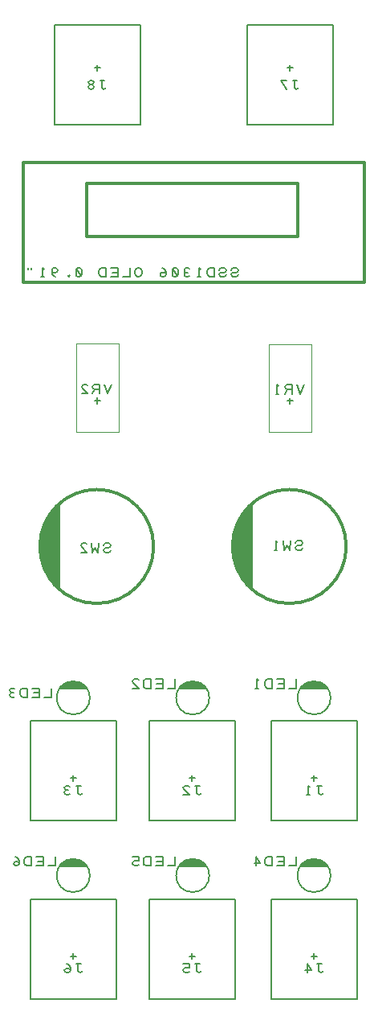
<source format=gbr>
G04 DesignSpark PCB Gerber Version 9.0 Build 5138 *
%FSLAX35Y35*%
%MOMM*%
%ADD11C,0.10000*%
%ADD10C,0.12700*%
%ADD13C,0.30480*%
X0Y0D02*
D02*
D10*
X547740Y3661800D02*
Y3566550D01*
X468360*
X420740D02*
Y3661800D01*
X341360*
X357240Y3614180D02*
X420740D01*
Y3566550D02*
X341360D01*
X293740D02*
Y3661800D01*
X246110*
X230240Y3653870*
X222300Y3645930*
X214360Y3630050*
Y3598300*
X222300Y3582430*
X230240Y3574490*
X246110Y3566550*
X293740*
X158800Y3574490D02*
X142930Y3566550D01*
X127050*
X111180Y3574490*
X103240Y3590370*
X111180Y3606240*
X127050Y3614180*
X142930*
X127050D02*
X111180Y3622120D01*
X103240Y3637990*
X111180Y3653870*
X127050Y3661800*
X142930*
X158800Y3653870*
X581240Y9590240D02*
Y10640240D01*
X1481240*
Y9590240*
X581240*
X587740Y1886800D02*
Y1791550D01*
X508360*
X460740D02*
Y1886800D01*
X381360*
X397240Y1839180D02*
X460740D01*
Y1791550D02*
X381360D01*
X333740D02*
Y1886800D01*
X286110*
X270240Y1878870*
X262300Y1870930*
X254360Y1855050*
Y1823300*
X262300Y1807430*
X270240Y1799490*
X286110Y1791550*
X333740*
X206740Y1815370D02*
X198800Y1831240D01*
X182930Y1839180*
X167050*
X151180Y1831240*
X143240Y1815370*
X151180Y1799490*
X167050Y1791550*
X182930*
X198800Y1799490*
X206740Y1815370*
Y1839180*
X198800Y1862990*
X182930Y1878870*
X167050Y1886800*
X631240Y4705240D02*
X611240D01*
Y4725240*
X591240*
Y4745240*
X571240*
Y4785240*
X551240*
Y4805240*
X531240*
Y4825240*
X511240*
Y4865240*
X491240*
Y4905240*
X471240*
Y4945240*
X451240*
Y5025240*
X431240*
Y5285240*
X451240*
Y5345240*
X471240*
Y5405240*
X491240*
Y5445240*
X511240*
Y5465240*
X531240*
Y5505240*
X551240*
Y5525240*
X571240*
Y5545240*
X591240*
Y5565240*
X611240*
Y5585240*
X631240*
Y4705240*
G36*
X611240*
Y4725240*
X591240*
Y4745240*
X571240*
Y4785240*
X551240*
Y4805240*
X531240*
Y4825240*
X511240*
Y4865240*
X491240*
Y4905240*
X471240*
Y4945240*
X451240*
Y5025240*
X431240*
Y5285240*
X451240*
Y5345240*
X471240*
Y5405240*
X491240*
Y5445240*
X511240*
Y5465240*
X531240*
Y5505240*
X551240*
Y5525240*
X571240*
Y5545240*
X591240*
Y5565240*
X611240*
Y5585240*
X631240*
Y4705240*
G37*
X635240Y1785240D02*
Y1795240D01*
X650240*
Y1810240*
X665240*
Y1825240*
X680240*
Y1835240*
X700240*
Y1845240*
X715240*
Y1850240*
X730240*
Y1855240*
X830240*
Y1845240*
X855240*
Y1835240*
X870240*
Y1825240*
X885240*
Y1815240*
X895240*
Y1805240*
X905240*
Y1800240*
X910240*
Y1785240*
X635240*
G36*
Y1795240*
X650240*
Y1810240*
X665240*
Y1825240*
X680240*
Y1835240*
X700240*
Y1845240*
X715240*
Y1850240*
X730240*
Y1855240*
X830240*
Y1845240*
X855240*
Y1835240*
X870240*
Y1825240*
X885240*
Y1815240*
X895240*
Y1805240*
X905240*
Y1800240*
X910240*
Y1785240*
X635240*
G37*
Y3655240D02*
Y3665240D01*
X650240*
Y3680240*
X665240*
Y3695240*
X680240*
Y3705240*
X700240*
Y3715240*
X715240*
Y3720240*
X730240*
Y3725240*
X830240*
Y3715240*
X855240*
Y3705240*
X870240*
Y3695240*
X885240*
Y3685240*
X895240*
Y3675240*
X905240*
Y3670240*
X910240*
Y3655240*
X635240*
G36*
Y3665240*
X650240*
Y3680240*
X665240*
Y3695240*
X680240*
Y3705240*
X700240*
Y3715240*
X715240*
Y3720240*
X730240*
Y3725240*
X830240*
Y3715240*
X855240*
Y3705240*
X870240*
Y3695240*
X885240*
Y3685240*
X895240*
Y3675240*
X905240*
Y3670240*
X910240*
Y3655240*
X635240*
G37*
X747240Y840240D02*
X807240D01*
X747240Y2715240D02*
X807240D01*
X775240Y1865240D02*
G75*
G02Y1515240J-175000D01*
G01*
G75*
G02Y1865240J175000*
G01*
Y3735240D02*
G75*
G02Y3385240J-175000D01*
G01*
G75*
G02Y3735240J175000*
G01*
X777240Y870240D02*
Y810240D01*
Y2745240D02*
Y2685240D01*
X872740Y682430D02*
X864800Y674490D01*
X848930Y666550*
X833050Y674490*
X825110Y682430*
Y761800*
X809240*
X825110D02*
X856860D01*
X745740Y690370D02*
X737800Y706240D01*
X721930Y714180*
X706050*
X690180Y706240*
X682240Y690370*
X690180Y674490*
X706050Y666550*
X721930*
X737800Y674490*
X745740Y690370*
Y714180*
X737800Y737990*
X721930Y753870*
X706050Y761800*
X872740Y2557430D02*
X864800Y2549490D01*
X848930Y2541550*
X833050Y2549490*
X825110Y2557430*
Y2636800*
X809240*
X825110D02*
X856860D01*
X737800Y2549490D02*
X721930Y2541550D01*
X706050*
X690180Y2549490*
X682240Y2565370*
X690180Y2581240*
X706050Y2589180*
X721930*
X706050D02*
X690180Y2597120D01*
X682240Y2612990*
X690180Y2628870*
X706050Y2636800*
X721930*
X737800Y2628870*
X1002240Y6689740D02*
X1062240D01*
X1031240Y6656740D02*
Y6721740D01*
Y10160240D02*
Y10220240D01*
X1061240Y10190240D02*
X1001240D01*
X1122740Y9982430D02*
X1114800Y9974490D01*
X1098930Y9966550*
X1083050Y9974490*
X1075110Y9982430*
Y10061800*
X1059240*
X1075110D02*
X1106860D01*
X971930Y10014180D02*
X956050D01*
X940180Y10022120*
X932240Y10037990*
X940180Y10053870*
X956050Y10061800*
X971930*
X987800Y10053870*
X995740Y10037990*
X987800Y10022120*
X971930Y10014180*
X987800Y10006240*
X995740Y9990370*
X987800Y9974490*
X971930Y9966550*
X956050*
X940180Y9974490*
X932240Y9990370*
X940180Y10006240*
X956050Y10014180*
X1172740Y5115370D02*
X1164800Y5099490D01*
X1148930Y5091550*
X1117180*
X1101300Y5099490*
X1093360Y5115370*
X1101300Y5131240*
X1117180Y5139180*
X1148930*
X1164800Y5147120*
X1172740Y5162990*
X1164800Y5178870*
X1148930Y5186800*
X1117180*
X1101300Y5178870*
X1093360Y5162990*
X1045740Y5186800D02*
X1037800Y5091550D01*
X1006050Y5139180*
X974300Y5091550*
X966360Y5186800*
X855240Y5091550D02*
X918740D01*
X863180Y5147120*
X855240Y5162990*
X863180Y5178870*
X879050Y5186800*
X902860*
X918740Y5178870*
X1181240Y6859300D02*
X1141550Y6764050D01*
X1101860Y6859300*
X1054240Y6764050D02*
Y6859300D01*
X998680*
X982800Y6851370*
X974860Y6835490*
X982800Y6819620*
X998680Y6811680*
X1054240*
X998680D02*
X974860Y6764050D01*
X863740D02*
X927240D01*
X871680Y6819620*
X863740Y6835490*
X871680Y6851370*
X887550Y6859300*
X911360*
X927240Y6851370*
X1227240Y1440240D02*
Y390240D01*
X327240*
Y1440240*
X1227240*
Y3315240D02*
Y2265240D01*
X327240*
Y3315240*
X1227240*
X1847740Y1886800D02*
Y1791550D01*
X1768360*
X1720740D02*
Y1886800D01*
X1641360*
X1657240Y1839180D02*
X1720740D01*
Y1791550D02*
X1641360D01*
X1593740D02*
Y1886800D01*
X1546110*
X1530240Y1878870*
X1522300Y1870930*
X1514360Y1855050*
Y1823300*
X1522300Y1807430*
X1530240Y1799490*
X1546110Y1791550*
X1593740*
X1466740Y1799490D02*
X1450860Y1791550D01*
X1427050*
X1411180Y1799490*
X1403240Y1815370*
Y1823300*
X1411180Y1839180*
X1427050Y1847120*
X1466740*
Y1886800*
X1403240*
X1847740Y3756800D02*
Y3661550D01*
X1768360*
X1720740D02*
Y3756800D01*
X1641360*
X1657240Y3709180D02*
X1720740D01*
Y3661550D02*
X1641360D01*
X1593740D02*
Y3756800D01*
X1546110*
X1530240Y3748870*
X1522300Y3740930*
X1514360Y3725050*
Y3693300*
X1522300Y3677430*
X1530240Y3669490*
X1546110Y3661550*
X1593740*
X1403240D02*
X1466740D01*
X1411180Y3717120*
X1403240Y3732990*
X1411180Y3748870*
X1427050Y3756800*
X1450860*
X1466740Y3748870*
X1895240Y1785240D02*
Y1795240D01*
X1910240*
Y1810240*
X1925240*
Y1825240*
X1940240*
Y1835240*
X1960240*
Y1845240*
X1975240*
Y1850240*
X1990240*
Y1855240*
X2090240*
Y1845240*
X2115240*
Y1835240*
X2130240*
Y1825240*
X2145240*
Y1815240*
X2155240*
Y1805240*
X2165240*
Y1800240*
X2170240*
Y1785240*
X1895240*
G36*
Y1795240*
X1910240*
Y1810240*
X1925240*
Y1825240*
X1940240*
Y1835240*
X1960240*
Y1845240*
X1975240*
Y1850240*
X1990240*
Y1855240*
X2090240*
Y1845240*
X2115240*
Y1835240*
X2130240*
Y1825240*
X2145240*
Y1815240*
X2155240*
Y1805240*
X2165240*
Y1800240*
X2170240*
Y1785240*
X1895240*
G37*
Y3655240D02*
Y3665240D01*
X1910240*
Y3680240*
X1925240*
Y3695240*
X1940240*
Y3705240*
X1960240*
Y3715240*
X1975240*
Y3720240*
X1990240*
Y3725240*
X2090240*
Y3715240*
X2115240*
Y3705240*
X2130240*
Y3695240*
X2145240*
Y3685240*
X2155240*
Y3675240*
X2165240*
Y3670240*
X2170240*
Y3655240*
X1895240*
G36*
Y3665240*
X1910240*
Y3680240*
X1925240*
Y3695240*
X1940240*
Y3705240*
X1960240*
Y3715240*
X1975240*
Y3720240*
X1990240*
Y3725240*
X2090240*
Y3715240*
X2115240*
Y3705240*
X2130240*
Y3695240*
X2145240*
Y3685240*
X2155240*
Y3675240*
X2165240*
Y3670240*
X2170240*
Y3655240*
X1895240*
G37*
X2000240Y840240D02*
X2060240D01*
X2000240Y2715240D02*
X2060240D01*
X2030240Y870240D02*
Y810240D01*
Y2745240D02*
Y2685240D01*
X2035240Y1865240D02*
G75*
G02Y1515240J-175000D01*
G01*
G75*
G02Y1865240J175000*
G01*
Y3735240D02*
G75*
G02Y3385240J-175000D01*
G01*
G75*
G02Y3735240J175000*
G01*
X2125740Y682430D02*
X2117800Y674490D01*
X2101930Y666550*
X2086050Y674490*
X2078110Y682430*
Y761800*
X2062240*
X2078110D02*
X2109860D01*
X1998740Y674490D02*
X1982860Y666550D01*
X1959050*
X1943180Y674490*
X1935240Y690370*
Y698300*
X1943180Y714180*
X1959050Y722120*
X1998740*
Y761800*
X1935240*
X2125740Y2557430D02*
X2117800Y2549490D01*
X2101930Y2541550*
X2086050Y2549490*
X2078110Y2557430*
Y2636800*
X2062240*
X2078110D02*
X2109860D01*
X1935240Y2541550D02*
X1998740D01*
X1943180Y2597120*
X1935240Y2612990*
X1943180Y2628870*
X1959050Y2636800*
X1982860*
X1998740Y2628870*
X2480240Y1440240D02*
Y390240D01*
X1580240*
Y1440240*
X2480240*
Y3315240D02*
Y2265240D01*
X1580240*
Y3315240*
X2480240*
X2517740Y8015370D02*
X2509800Y7999490D01*
X2493930Y7991550*
X2462180*
X2446300Y7999490*
X2438360Y8015370*
X2446300Y8031240*
X2462180Y8039180*
X2493930*
X2509800Y8047120*
X2517740Y8062990*
X2509800Y8078870*
X2493930Y8086800*
X2462180*
X2446300Y8078870*
X2438360Y8062990*
X2390740Y8015370D02*
X2382800Y7999490D01*
X2366930Y7991550*
X2335180*
X2319300Y7999490*
X2311360Y8015370*
X2319300Y8031240*
X2335180Y8039180*
X2366930*
X2382800Y8047120*
X2390740Y8062990*
X2382800Y8078870*
X2366930Y8086800*
X2335180*
X2319300Y8078870*
X2311360Y8062990*
X2263740Y7991550D02*
Y8086800D01*
X2216110*
X2200240Y8078870*
X2192300Y8070930*
X2184360Y8055050*
Y8023300*
X2192300Y8007430*
X2200240Y7999490*
X2216110Y7991550*
X2263740*
X2120860D02*
X2089110D01*
X2104990D02*
Y8086800D01*
X2120860Y8070930*
X2001800Y7999490D02*
X1985930Y7991550D01*
X1970050*
X1954180Y7999490*
X1946240Y8015370*
X1954180Y8031240*
X1970050Y8039180*
X1985930*
X1970050D02*
X1954180Y8047120D01*
X1946240Y8062990*
X1954180Y8078870*
X1970050Y8086800*
X1985930*
X2001800Y8078870*
X1874800Y7999490D02*
X1858930Y7991550D01*
X1843050*
X1827180Y7999490*
X1819240Y8015370*
Y8062990*
X1827180Y8078870*
X1843050Y8086800*
X1858930*
X1874800Y8078870*
X1882740Y8062990*
Y8015370*
X1874800Y7999490*
X1827180Y8078870*
X1755740Y8015370D02*
X1747800Y8031240D01*
X1731930Y8039180*
X1716050*
X1700180Y8031240*
X1692240Y8015370*
X1700180Y7999490*
X1716050Y7991550*
X1731930*
X1747800Y7999490*
X1755740Y8015370*
Y8039180*
X1747800Y8062990*
X1731930Y8078870*
X1716050Y8086800*
X1501740Y8023300D02*
Y8055050D01*
X1493800Y8070930*
X1485860Y8078870*
X1469990Y8086800*
X1454110*
X1438240Y8078870*
X1430300Y8070930*
X1422360Y8055050*
Y8023300*
X1430300Y8007430*
X1438240Y7999490*
X1454110Y7991550*
X1469990*
X1485860Y7999490*
X1493800Y8007430*
X1501740Y8023300*
X1374740Y8086800D02*
Y7991550D01*
X1295360*
X1247740D02*
Y8086800D01*
X1168360*
X1184240Y8039180D02*
X1247740D01*
Y7991550D02*
X1168360D01*
X1120740D02*
Y8086800D01*
X1073110*
X1057240Y8078870*
X1049300Y8070930*
X1041360Y8055050*
Y8023300*
X1049300Y8007430*
X1057240Y7999490*
X1073110Y7991550*
X1120740*
X858800Y7999490D02*
X842930Y7991550D01*
X827050*
X811180Y7999490*
X803240Y8015370*
Y8062990*
X811180Y8078870*
X827050Y8086800*
X842930*
X858800Y8078870*
X866740Y8062990*
Y8015370*
X858800Y7999490*
X811180Y8078870*
X731800Y7991550D02*
X723860Y7999490D01*
X731800Y8007430*
X739740Y7999490*
X731800Y7991550*
X588930D02*
X573050Y7999490D01*
X557180Y8015370*
X549240Y8039180*
Y8062990*
X557180Y8078870*
X573050Y8086800*
X588930*
X604800Y8078870*
X612740Y8062990*
X604800Y8047120*
X588930Y8039180*
X573050*
X557180Y8047120*
X549240Y8062990*
X469860Y7991550D02*
X438110D01*
X453990D02*
Y8086800D01*
X469860Y8070930*
X334930D02*
Y8086800D01*
X303180D02*
Y8070930D01*
X2613240Y9590240D02*
Y10640240D01*
X3513240*
Y9590240*
X2613240*
X2663240Y4705240D02*
X2643240D01*
Y4725240*
X2623240*
Y4745240*
X2603240*
Y4785240*
X2583240*
Y4805240*
X2563240*
Y4825240*
X2543240*
Y4865240*
X2523240*
Y4905240*
X2503240*
Y4945240*
X2483240*
Y5025240*
X2463240*
Y5285240*
X2483240*
Y5345240*
X2503240*
Y5405240*
X2523240*
Y5445240*
X2543240*
Y5465240*
X2563240*
Y5505240*
X2583240*
Y5525240*
X2603240*
Y5545240*
X2623240*
Y5565240*
X2643240*
Y5585240*
X2663240*
Y4705240*
G36*
X2643240*
Y4725240*
X2623240*
Y4745240*
X2603240*
Y4785240*
X2583240*
Y4805240*
X2563240*
Y4825240*
X2543240*
Y4865240*
X2523240*
Y4905240*
X2503240*
Y4945240*
X2483240*
Y5025240*
X2463240*
Y5285240*
X2483240*
Y5345240*
X2503240*
Y5405240*
X2523240*
Y5445240*
X2543240*
Y5465240*
X2563240*
Y5505240*
X2583240*
Y5525240*
X2603240*
Y5545240*
X2623240*
Y5565240*
X2643240*
Y5585240*
X2663240*
Y4705240*
G37*
X3034240Y6684740D02*
X3094240D01*
X3063240Y6651740D02*
Y6716740D01*
Y10160240D02*
Y10220240D01*
X3093240Y10190240D02*
X3033240D01*
X3127740Y1886800D02*
Y1791550D01*
X3048360*
X3000740D02*
Y1886800D01*
X2921360*
X2937240Y1839180D02*
X3000740D01*
Y1791550D02*
X2921360D01*
X2873740D02*
Y1886800D01*
X2826110*
X2810240Y1878870*
X2802300Y1870930*
X2794360Y1855050*
Y1823300*
X2802300Y1807430*
X2810240Y1799490*
X2826110Y1791550*
X2873740*
X2707050D02*
Y1886800D01*
X2746740Y1823300*
X2683240*
X3127740Y3756800D02*
Y3661550D01*
X3048360*
X3000740D02*
Y3756800D01*
X2921360*
X2937240Y3709180D02*
X3000740D01*
Y3661550D02*
X2921360D01*
X2873740D02*
Y3756800D01*
X2826110*
X2810240Y3748870*
X2802300Y3740930*
X2794360Y3725050*
Y3693300*
X2802300Y3677430*
X2810240Y3669490*
X2826110Y3661550*
X2873740*
X2730860D02*
X2699110D01*
X2714990D02*
Y3756800D01*
X2730860Y3740930*
X3154740Y9982430D02*
X3146800Y9974490D01*
X3130930Y9966550*
X3115050Y9974490*
X3107110Y9982430*
Y10061800*
X3091240*
X3107110D02*
X3138860D01*
X3027740Y9966550D02*
X2964240Y10061800D01*
X3027740*
X3175240Y1785240D02*
Y1795240D01*
X3190240*
Y1810240*
X3205240*
Y1825240*
X3220240*
Y1835240*
X3240240*
Y1845240*
X3255240*
Y1850240*
X3270240*
Y1855240*
X3370240*
Y1845240*
X3395240*
Y1835240*
X3410240*
Y1825240*
X3425240*
Y1815240*
X3435240*
Y1805240*
X3445240*
Y1800240*
X3450240*
Y1785240*
X3175240*
G36*
Y1795240*
X3190240*
Y1810240*
X3205240*
Y1825240*
X3220240*
Y1835240*
X3240240*
Y1845240*
X3255240*
Y1850240*
X3270240*
Y1855240*
X3370240*
Y1845240*
X3395240*
Y1835240*
X3410240*
Y1825240*
X3425240*
Y1815240*
X3435240*
Y1805240*
X3445240*
Y1800240*
X3450240*
Y1785240*
X3175240*
G37*
Y3655240D02*
Y3665240D01*
X3190240*
Y3680240*
X3205240*
Y3695240*
X3220240*
Y3705240*
X3240240*
Y3715240*
X3255240*
Y3720240*
X3270240*
Y3725240*
X3370240*
Y3715240*
X3395240*
Y3705240*
X3410240*
Y3695240*
X3425240*
Y3685240*
X3435240*
Y3675240*
X3445240*
Y3670240*
X3450240*
Y3655240*
X3175240*
G36*
Y3665240*
X3190240*
Y3680240*
X3205240*
Y3695240*
X3220240*
Y3705240*
X3240240*
Y3715240*
X3255240*
Y3720240*
X3270240*
Y3725240*
X3370240*
Y3715240*
X3395240*
Y3705240*
X3410240*
Y3695240*
X3425240*
Y3685240*
X3435240*
Y3675240*
X3445240*
Y3670240*
X3450240*
Y3655240*
X3175240*
G37*
X3197740Y5140370D02*
X3189800Y5124490D01*
X3173930Y5116550*
X3142180*
X3126300Y5124490*
X3118360Y5140370*
X3126300Y5156240*
X3142180Y5164180*
X3173930*
X3189800Y5172120*
X3197740Y5187990*
X3189800Y5203870*
X3173930Y5211800*
X3142180*
X3126300Y5203870*
X3118360Y5187990*
X3070740Y5211800D02*
X3062800Y5116550D01*
X3031050Y5164180*
X2999300Y5116550*
X2991360Y5211800*
X2927860Y5116550D02*
X2896110D01*
X2911990D02*
Y5211800D01*
X2927860Y5195930*
X3213240Y6854300D02*
X3173550Y6759050D01*
X3133860Y6854300*
X3086240Y6759050D02*
Y6854300D01*
X3030680*
X3014800Y6846370*
X3006860Y6830490*
X3014800Y6814620*
X3030680Y6806680*
X3086240*
X3030680D02*
X3006860Y6759050D01*
X2943360D02*
X2911610D01*
X2927490D02*
Y6854300D01*
X2943360Y6838430*
X3287240Y840240D02*
X3347240D01*
X3287240Y2715240D02*
X3347240D01*
X3315240Y1865240D02*
G75*
G02Y1515240J-175000D01*
G01*
G75*
G02Y1865240J175000*
G01*
Y3735240D02*
G75*
G02Y3385240J-175000D01*
G01*
G75*
G02Y3735240J175000*
G01*
X3317240Y870240D02*
Y810240D01*
Y2745240D02*
Y2685240D01*
X3412740Y682430D02*
X3404800Y674490D01*
X3388930Y666550*
X3373050Y674490*
X3365110Y682430*
Y761800*
X3349240*
X3365110D02*
X3396860D01*
X3246050Y666550D02*
Y761800D01*
X3285740Y698300*
X3222240*
X3412740Y2557430D02*
X3404800Y2549490D01*
X3388930Y2541550*
X3373050Y2549490*
X3365110Y2557430*
Y2636800*
X3349240*
X3365110D02*
X3396860D01*
X3269860Y2541550D02*
X3238110D01*
X3253990D02*
Y2636800D01*
X3269860Y2620930*
X3767240Y1440240D02*
Y390240D01*
X2867240*
Y1440240*
X3767240*
Y3315240D02*
Y2265240D01*
X2867240*
Y3315240*
X3767240*
D02*
D11*
X806240Y7286740D02*
X1256240D01*
Y6361740*
X806240*
Y7286740*
X2838240Y7281740D02*
X3288240D01*
Y6356740*
X2838240*
Y7281740*
D02*
D13*
X247740Y7937740D02*
X3842740D01*
Y9192740*
X247740*
Y7937740*
X917740Y8417740D02*
X3147740D01*
Y8972740*
X917740*
Y8417740*
X1023240Y5753740D02*
G75*
G02Y4553740J-600000D01*
G01*
G75*
G02Y5753740J600000*
G01*
X3055240D02*
G75*
G02Y4553740J-600000D01*
G01*
G75*
G02Y5753740J600000*
G01*
X0Y0D02*
M02*

</source>
